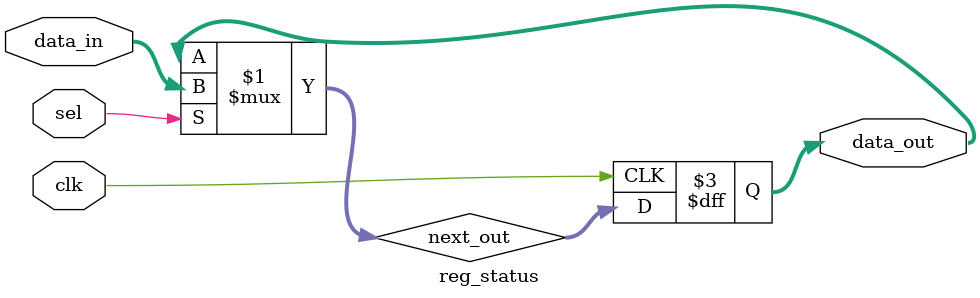
<source format=v>
module datapath (mdata, vsel, writenum,
                 sximm5, sximm8, PC,
                 write, readnum, clk, loada, 
                 loadb, shift, asel, bsel, 
		 ALUop, loadc, datapath_out, status);
    input [15:0] mdata, sximm5, sximm8;
    input [8:0] PC;
    input [3:0] vsel;
    input [2:0] writenum, readnum;
    input write, clk;
    input loada, loadb, loadc;
    input [1:0] shift;
    input asel, bsel;
    input [1:0] ALUop;
    wire loads;
    output [2:0] status;
    output [15:0] datapath_out;
    wire [15:0] data_in, data_out, regAout, regBout, sout, Ain, Bin, out;
    wire [2:0] ZNF_out;
     
 //instantiates register file module that contains instructions for accessing contents of the register
 //specified by write_num and read_num
    regfile REGFILE(data_in, writenum, write, readnum, clk, data_out);

//instantiates shift module to shift the number contained in register B by up to one bit position
    shifter shifterU1(regBout, shift, sout);

//instantiates arithmetic unit that performs 1 of 4 operations on the inputs from registers A and B
    ALU alu(Ain, Bin, ALUop, out, ZNF_out, loads);

//multiplexer that selects either manually inputted number (datapath_in)
//or previous calculation result (datapath_out) to be inputted to register file
    FourInMUXDatapath mux9(datapath_out, PC, sximm8, mdata, vsel, data_in);

//drives either the value contained in register A or the number zero into the ALU depending on selection input
    MUXDatapath mux6(16'b0, regAout, asel, Ain);

//drives either the shifted value from register B or the last 5 bits of datapath_in preceded by 0s into the ALU depending on selection input
    MUXDatapath mux7(sximm5, sout, bsel, Bin);

//1-bit register that stores the value of the Z signal, which is 1 when the output of the ALU is 0
    reg_status reg_status(ZNF_out, loads, clk, status);

//first of the two registers that store a 16-bit value to be inputted to the ALU
    register regA(data_out, loada, clk, regAout);

//other register that stores value to be inputted to ALU
    register regB(data_out, loadb, clk, regBout);

//register that stores calculation result outputted from ALU
    register regC(out, loadc, clk, datapath_out);

endmodule

module MUXDatapath(in1, in2, vsel, out);
    input [15:0] in1, in2;
    input vsel;
    output [15:0] out;
    assign out = vsel? in1 : in2;	//sets out to match input 1 for vsel = 1 and second input for vsel = 0
endmodule

module FourInMUXDatapath (in1, in2, in3, in4, vsel, out);
	input [15:0] in1, in3, in4;
	input [8:0] in2;
        wire [15:0] in2extended;
        assign in2extended = {7'b0, in2};
	input [3:0] vsel;
	output [15:0] out;
	assign out = ({16{vsel[0]}} & in1) | ({16{vsel[1]}} & in2extended) | ({16{vsel[2]}} & in3) | ({16{vsel[3]}} & in4);
endmodule

module reg_status(data_in, sel, clk, data_out);
    input [2:0] data_in;
    input sel;		//load signal
    input clk;
    output [2:0] data_out;
    reg [2:0] data_out;
    wire [2:0] next_out;

    assign next_out= sel ? data_in : data_out;		//sets next output to match input if sel is 1, else next output matches current output

	//sets output to match next output at each rising clock edge
        always @(posedge clk) 
            data_out=next_out;
endmodule
</source>
